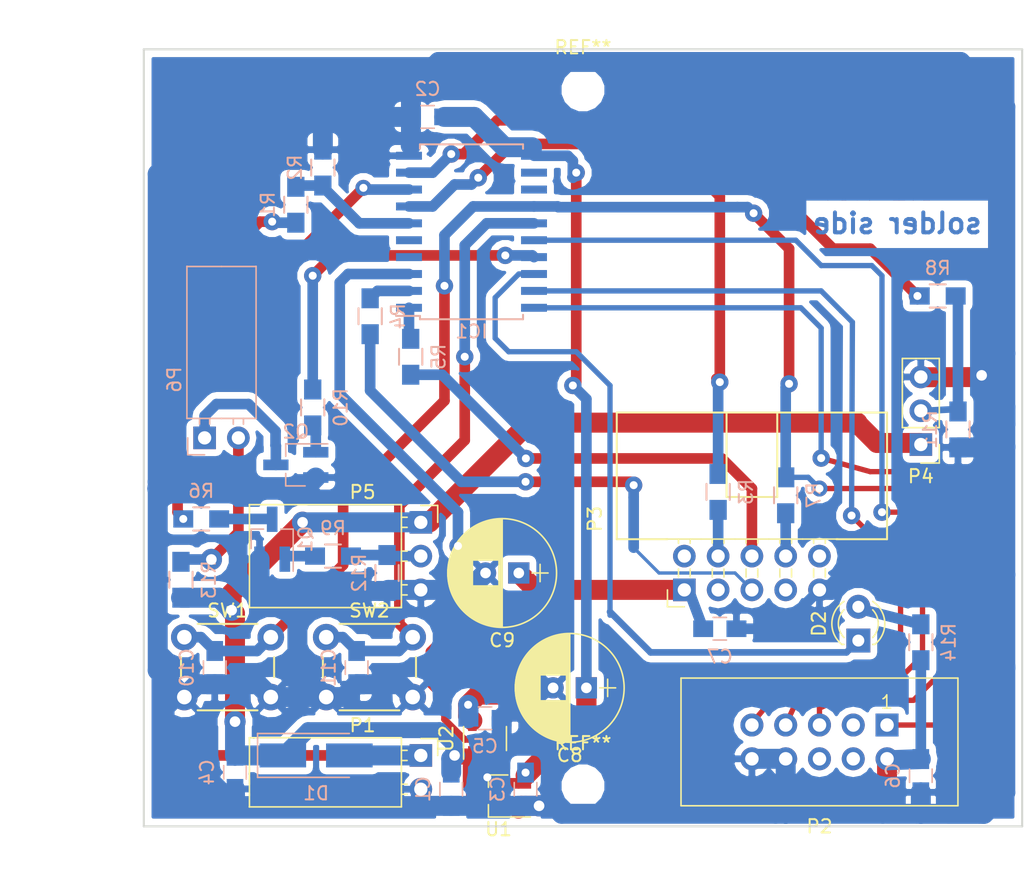
<source format=kicad_pcb>
(kicad_pcb (version 4) (host pcbnew 4.0.5)
  (title_block (title CC_SSD_02) (rev 1.00) (company "Computer Center Ltd."))
  (layers (0 F.Cu signal) (31 B.Cu signal) (34 B.Paste user) (35 F.Paste user) (36 B.SilkS user) (37 F.SilkS user) (38 B.Mask user) (39 F.Mask user) (44 Edge.Cuts user))
  (net 0 "")
  (net 1 VAA)
  (net 2 GND)
  (net 3 +3V3)
  (net 4 +3.3V_ESPmod)
  (net 5 "Net-(C10-Pad1)")
  (net 6 "Net-(C11-Pad1)")
  (net 7 +BATT)
  (net 8 "Net-(D2-Pad1)")
  (net 9 "Net-(D2-Pad2)")
  (net 10 "Net-(IC1-Pad1)")
  (net 11 "Net-(IC1-Pad2)")
  (net 12 "Net-(IC1-Pad3)")
  (net 13 "Net-(IC1-Pad4)")
  (net 14 "Net-(IC1-Pad5)")
  (net 15 "Net-(IC1-Pad6)")
  (net 16 "Net-(IC1-Pad7)")
  (net 17 "Net-(IC1-Pad8)")
  (net 18 "Net-(IC1-Pad9)")
  (net 19 "Net-(IC1-Pad12)")
  (net 20 "Net-(IC1-Pad13)")
  (net 21 "Net-(IC1-Pad16)")
  (net 22 "Net-(IC1-Pad17)")
  (net 23 "Net-(IC1-Pad19)")
  (net 24 "Net-(IC1-Pad20)")
  (net 25 "Net-(P2-Pad3)")
  (net 26 "Net-(P2-Pad4)")
  (net 27 "Net-(P2-Pad6)")
  (net 28 "Net-(P3-Pad2)")
  (net 29 "Net-(P3-Pad3)")
  (net 30 "Net-(P3-Pad4)")
  (net 31 "Net-(P3-Pad5)")
  (net 32 "Net-(P3-Pad6)")
  (net 33 "Net-(P3-Pad7)")
  (net 34 "Net-(P3-Pad8)")
  (net 35 "Net-(P3-Pad10)")
  (net 36 "Net-(P4-Pad2)")
  (net 37 "Net-(P5-Pad2)")
  (net 38 "Net-(P6-Pad1)")
  (net 39 "Net-(P6-Pad2)")
  (net 40 "Net-(Q1-Pad1)")
  (net 41 "Net-(Q1-Pad3)")
  (net 42 "Net-(Q2-Pad1)")
  (net 43 "Net-(U2-Pad4)")
  (module CC_Footprint:C_0805_HandSoldering (layer B.Cu) (at 137.414 126.746 270)
    (fp_text reference C1 (at 0 2.1 270) (layer B.SilkS) (effects (justify mirror)))
    (fp_text value 1uF)
    (pad 1 smd rect (at -1.25 0 270) (size 1.5 1.25) (layers B.Cu B.Paste B.Mask) (net 1 VAA))
    (pad 2 smd rect (at 1.25 0 270) (size 1.5 1.25) (layers B.Cu B.Paste B.Mask) (net 2 GND))
  )
  (module CC_Footprint:C_0805_HandSoldering (layer B.Cu) (at 135.636 76.2 180)
    (fp_text reference C2 (at 0 2.1 180) (layer B.SilkS) (effects (justify mirror)))
    (fp_text value 100n)
    (pad 1 smd rect (at -1.25 0 180) (size 1.5 1.25) (layers B.Cu B.Paste B.Mask) (net 3 +3V3))
    (pad 2 smd rect (at 1.25 0 180) (size 1.5 1.25) (layers B.Cu B.Paste B.Mask) (net 2 GND))
  )
  (module CC_Footprint:C_0805_HandSoldering (layer B.Cu) (at 143.002 126.746 270)
    (fp_text reference C3 (at 0 2.1 270) (layer B.SilkS) (effects (justify mirror)))
    (fp_text value 1uF)
    (pad 1 smd rect (at -1.25 0 270) (size 1.5 1.25) (layers B.Cu B.Paste B.Mask) (net 3 +3V3))
    (pad 2 smd rect (at 1.25 0 270) (size 1.5 1.25) (layers B.Cu B.Paste B.Mask) (net 2 GND))
  )
  (module CC_Footprint:C_0805_HandSoldering (layer B.Cu) (at 121.158 125.476 270)
    (fp_text reference C4 (at 0 2.1 270) (layer B.SilkS) (effects (justify mirror)))
    (fp_text value 1uF)
    (pad 1 smd rect (at -1.25 0 270) (size 1.5 1.25) (layers B.Cu B.Paste B.Mask) (net 1 VAA))
    (pad 2 smd rect (at 1.25 0 270) (size 1.5 1.25) (layers B.Cu B.Paste B.Mask) (net 2 GND))
  )
  (module CC_Footprint:C_0805_HandSoldering (layer B.Cu) (at 139.954 121.412)
    (fp_text reference C5 (at 0 2.1) (layer B.SilkS) (effects (justify mirror)))
    (fp_text value 1uF)
    (pad 1 smd rect (at -1.25 0) (size 1.5 1.25) (layers B.Cu B.Paste B.Mask) (net 4 +3.3V_ESPmod))
    (pad 2 smd rect (at 1.25 0) (size 1.5 1.25) (layers B.Cu B.Paste B.Mask) (net 2 GND))
  )
  (module CC_Footprint:C_0805_HandSoldering (layer B.Cu) (at 172.72 125.73 270)
    (fp_text reference C6 (at 0 2.1 270) (layer B.SilkS) (effects (justify mirror)))
    (fp_text value 100n)
    (pad 1 smd rect (at -1.25 0 270) (size 1.5 1.25) (layers B.Cu B.Paste B.Mask) (net 3 +3V3))
    (pad 2 smd rect (at 1.25 0 270) (size 1.5 1.25) (layers B.Cu B.Paste B.Mask) (net 2 GND))
  )
  (module CC_Footprint:C_0805_HandSoldering (layer B.Cu) (at 157.607 114.681)
    (fp_text reference C7 (at 0 2.1) (layer B.SilkS) (effects (justify mirror)))
    (fp_text value 100n)
    (pad 1 smd rect (at -1.25 0) (size 1.5 1.25) (layers B.Cu B.Paste B.Mask) (net 4 +3.3V_ESPmod))
    (pad 2 smd rect (at 1.25 0) (size 1.5 1.25) (layers B.Cu B.Paste B.Mask) (net 2 GND))
  )
  (module CC_Footprint:CP_Radial_D8.0mm_P2.50mm (layer F.Cu) (at 147.574 119.126 180)
    (fp_text reference C8 (at 1.25 -5.06 180) (layer F.SilkS))
    (fp_text value 220uF/10V)
    (pad 1 thru_hole rect (at 0 0 180) (size 1.6 1.6) (drill 0.8) (layers *.Cu *.Mask) (net 3 +3V3))
    (pad 2 thru_hole circle (at 2.5 0 180) (size 1.6 1.6) (drill 0.8) (layers *.Cu *.Mask) (net 2 GND))
  )
  (module CC_Footprint:CP_Radial_D8.0mm_P2.50mm (layer F.Cu) (at 142.494 110.49 180)
    (fp_text reference C9 (at 1.25 -5.06 180) (layer F.SilkS))
    (fp_text value 470uF/10V)
    (pad 1 thru_hole rect (at 0 0 180) (size 1.6 1.6) (drill 0.8) (layers *.Cu *.Mask) (net 4 +3.3V_ESPmod))
    (pad 2 thru_hole circle (at 2.5 0 180) (size 1.6 1.6) (drill 0.8) (layers *.Cu *.Mask) (net 2 GND))
  )
  (module CC_Footprint:C_0805_HandSoldering (layer B.Cu) (at 119.634 117.602 270)
    (fp_text reference C10 (at 0 2.1 270) (layer B.SilkS) (effects (justify mirror)))
    (fp_text value 100n)
    (pad 1 smd rect (at -1.25 0 270) (size 1.5 1.25) (layers B.Cu B.Paste B.Mask) (net 5 "Net-(C10-Pad1)"))
    (pad 2 smd rect (at 1.25 0 270) (size 1.5 1.25) (layers B.Cu B.Paste B.Mask) (net 2 GND))
  )
  (module CC_Footprint:C_0805_HandSoldering (layer B.Cu) (at 130.302 117.602 270)
    (fp_text reference C11 (at 0 2.1 270) (layer B.SilkS) (effects (justify mirror)))
    (fp_text value 100n)
    (pad 1 smd rect (at -1.25 0 270) (size 1.5 1.25) (layers B.Cu B.Paste B.Mask) (net 6 "Net-(C11-Pad1)"))
    (pad 2 smd rect (at 1.25 0 270) (size 1.5 1.25) (layers B.Cu B.Paste B.Mask) (net 2 GND))
  )
  (module CC_Footprint:D_SMA_Handsoldering (layer B.Cu) (at 127.254 124.206)
    (fp_text reference D1 (at 0 2.85) (layer B.SilkS) (effects (justify mirror)))
    (fp_text value 1N5819)
    (pad 1 smd rect (at -2.5 0) (size 3.5 1.8) (layers B.Cu B.Paste B.Mask) (net 1 VAA))
    (pad 2 smd rect (at 2.5 0) (size 3.5 1.8) (layers B.Cu B.Paste B.Mask) (net 7 +BATT))
  )
  (module CC_Footprint:LED_D3.0mm (layer F.Cu) (at 168.021 115.57 90)
    (fp_text reference D2 (at 1.27 -2.96 90) (layer F.SilkS))
    (fp_text value L-934LSRD)
    (pad 1 thru_hole rect (at 0 0 90) (size 1.8 1.8) (drill 0.9) (layers *.Cu *.Mask) (net 8 "Net-(D2-Pad1)"))
    (pad 2 thru_hole circle (at 2.54 0 90) (size 1.8 1.8) (drill 0.9) (layers *.Cu *.Mask) (net 9 "Net-(D2-Pad2)"))
  )
  (module CC_Footprint:SOIC-20W_7.5x12.8mm_Pitch1.27mm (layer B.Cu) (at 138.938 84.836)
    (fp_text reference IC1 (at 0 7.5) (layer B.SilkS) (effects (justify mirror)))
    (fp_text value ATTINY1634-SU)
    (pad 1 smd rect (at -4.7 5.715) (size 1.95 0.6) (layers B.Cu B.Paste B.Mask) (net 10 "Net-(IC1-Pad1)"))
    (pad 2 smd rect (at -4.7 4.445) (size 1.95 0.6) (layers B.Cu B.Paste B.Mask) (net 11 "Net-(IC1-Pad2)"))
    (pad 3 smd rect (at -4.7 3.175) (size 1.95 0.6) (layers B.Cu B.Paste B.Mask) (net 12 "Net-(IC1-Pad3)"))
    (pad 4 smd rect (at -4.7 1.905) (size 1.95 0.6) (layers B.Cu B.Paste B.Mask) (net 13 "Net-(IC1-Pad4)"))
    (pad 5 smd rect (at -4.7 0.635) (size 1.95 0.6) (layers B.Cu B.Paste B.Mask) (net 14 "Net-(IC1-Pad5)"))
    (pad 6 smd rect (at -4.7 -0.635) (size 1.95 0.6) (layers B.Cu B.Paste B.Mask) (net 15 "Net-(IC1-Pad6)"))
    (pad 7 smd rect (at -4.7 -1.905) (size 1.95 0.6) (layers B.Cu B.Paste B.Mask) (net 16 "Net-(IC1-Pad7)"))
    (pad 8 smd rect (at -4.7 -3.175) (size 1.95 0.6) (layers B.Cu B.Paste B.Mask) (net 17 "Net-(IC1-Pad8)"))
    (pad 9 smd rect (at -4.7 -4.445) (size 1.95 0.6) (layers B.Cu B.Paste B.Mask) (net 18 "Net-(IC1-Pad9)"))
    (pad 10 smd rect (at -4.7 -5.715) (size 1.95 0.6) (layers B.Cu B.Paste B.Mask) (net 2 GND))
    (pad 11 smd rect (at 4.7 -5.715) (size 1.95 0.6) (layers B.Cu B.Paste B.Mask) (net 3 +3V3))
    (pad 12 smd rect (at 4.7 -4.445) (size 1.95 0.6) (layers B.Cu B.Paste B.Mask) (net 19 "Net-(IC1-Pad12)"))
    (pad 13 smd rect (at 4.7 -3.175) (size 1.95 0.6) (layers B.Cu B.Paste B.Mask) (net 20 "Net-(IC1-Pad13)"))
    (pad 14 smd rect (at 4.7 -1.905) (size 1.95 0.6) (layers B.Cu B.Paste B.Mask) (net 5 "Net-(C10-Pad1)"))
    (pad 15 smd rect (at 4.7 -0.635) (size 1.95 0.6) (layers B.Cu B.Paste B.Mask) (net 6 "Net-(C11-Pad1)"))
    (pad 16 smd rect (at 4.7 0.635) (size 1.95 0.6) (layers B.Cu B.Paste B.Mask) (net 21 "Net-(IC1-Pad16)"))
    (pad 17 smd rect (at 4.7 1.905) (size 1.95 0.6) (layers B.Cu B.Paste B.Mask) (net 22 "Net-(IC1-Pad17)"))
    (pad 18 smd rect (at 4.7 3.175) (size 1.95 0.6) (layers B.Cu B.Paste B.Mask) (net 8 "Net-(D2-Pad1)"))
    (pad 19 smd rect (at 4.7 4.445) (size 1.95 0.6) (layers B.Cu B.Paste B.Mask) (net 23 "Net-(IC1-Pad19)"))
    (pad 20 smd rect (at 4.7 5.715) (size 1.95 0.6) (layers B.Cu B.Paste B.Mask) (net 24 "Net-(IC1-Pad20)"))
  )
  (module CC_Footprint:WF2R (layer F.Cu) (at 135.128 124.206)
    (fp_text reference P1 (at -4.38 -2.27) (layer F.SilkS))
    (fp_text value WF2R)
    (pad 1 thru_hole rect (at 0 0) (size 1.7 1.7) (drill 1) (layers *.Cu *.Mask) (net 7 +BATT))
    (pad 2 thru_hole oval (at 0 2.54) (size 1.7 1.7) (drill 1) (layers *.Cu *.Mask) (net 2 GND))
  )
  (module CC_Footprint:BH10R (layer F.Cu) (at 154.94 111.76 90)
    (fp_text reference P3 (at 5.334 -6.731 90) (layer F.SilkS))
    (fp_text value BH10R)
    (pad 1 thru_hole rect (at 0 0 90) (size 1.7 1.7) (drill 1) (layers *.Cu *.Mask) (net 4 +3.3V_ESPmod))
    (pad 2 thru_hole oval (at 2.54 0 90) (size 1.7 1.7) (drill 1) (layers *.Cu *.Mask) (net 28 "Net-(P3-Pad2)"))
    (pad 3 thru_hole oval (at 0 2.54 90) (size 1.7 1.7) (drill 1) (layers *.Cu *.Mask) (net 29 "Net-(P3-Pad3)"))
    (pad 4 thru_hole oval (at 2.54 2.54 90) (size 1.7 1.7) (drill 1) (layers *.Cu *.Mask) (net 30 "Net-(P3-Pad4)"))
    (pad 5 thru_hole oval (at 0 5.08 90) (size 1.7 1.7) (drill 1) (layers *.Cu *.Mask) (net 31 "Net-(P3-Pad5)"))
    (pad 6 thru_hole oval (at 2.54 5.08 90) (size 1.7 1.7) (drill 1) (layers *.Cu *.Mask) (net 32 "Net-(P3-Pad6)"))
    (pad 7 thru_hole oval (at 0 7.62 90) (size 1.7 1.7) (drill 1) (layers *.Cu *.Mask) (net 33 "Net-(P3-Pad7)"))
    (pad 8 thru_hole oval (at 2.54 7.62 90) (size 1.7 1.7) (drill 1) (layers *.Cu *.Mask) (net 34 "Net-(P3-Pad8)"))
    (pad 9 thru_hole oval (at 0 10.16 90) (size 1.7 1.7) (drill 1) (layers *.Cu *.Mask) (net 2 GND))
    (pad 10 thru_hole oval (at 2.54 10.16 90) (size 1.7 1.7) (drill 1) (layers *.Cu *.Mask) (net 35 "Net-(P3-Pad10)"))
  )
  (module CC_Footprint:PN1x3 (layer F.Cu) (at 172.72 100.832 180)
    (fp_text reference P4 (at 0 -2.39 180) (layer F.SilkS))
    (fp_text value PN1x3)
    (pad 1 thru_hole rect (at 0 0 180) (size 1.7 1.7) (drill 1) (layers *.Cu *.Mask) (net 1 VAA))
    (pad 2 thru_hole oval (at 0 2.54 180) (size 1.7 1.7) (drill 1) (layers *.Cu *.Mask) (net 36 "Net-(P4-Pad2)"))
    (pad 3 thru_hole oval (at 0 5.08 180) (size 1.7 1.7) (drill 1) (layers *.Cu *.Mask) (net 2 GND))
  )
  (module CC_Footprint:WF3R (layer F.Cu) (at 135.128 106.68)
    (fp_text reference P5 (at -4.38 -2.27) (layer F.SilkS))
    (fp_text value WF3R)
    (pad 3 thru_hole oval (at 0 5.08) (size 1.7 1.7) (drill 1) (layers *.Cu *.Mask) (net 2 GND))
    (pad 1 thru_hole rect (at 0 0) (size 1.7 1.7) (drill 1) (layers *.Cu *.Mask) (net 1 VAA))
    (pad 2 thru_hole oval (at 0 2.54) (size 1.7 1.7) (drill 1) (layers *.Cu *.Mask) (net 37 "Net-(P5-Pad2)"))
  )
  (module CC_Footprint:WF2R (layer B.Cu) (at 118.872 100.33 270)
    (fp_text reference P6 (at -4.38 2.27 270) (layer B.SilkS) (effects (justify mirror)))
    (fp_text value WF2R)
    (pad 1 thru_hole rect (at 0 0 270) (size 1.7 1.7) (drill 1) (layers *.Cu *.Mask) (net 38 "Net-(P6-Pad1)"))
    (pad 2 thru_hole oval (at 0 -2.54 270) (size 1.7 1.7) (drill 1) (layers *.Cu *.Mask) (net 39 "Net-(P6-Pad2)"))
  )
  (module CC_Footprint:SOT-23_Handsoldering (layer B.Cu) (at 123.952 107.95 90)
    (fp_text reference Q1 (at 0 2.5 90) (layer B.SilkS) (effects (justify mirror)))
    (fp_text value DTC144TKA)
    (pad 1 smd rect (at -1.5 0.95 90) (size 1.9 0.8) (layers B.Cu B.Paste B.Mask) (net 40 "Net-(Q1-Pad1)"))
    (pad 2 smd rect (at -1.5 -0.95 90) (size 1.9 0.8) (layers B.Cu B.Paste B.Mask) (net 2 GND))
    (pad 3 smd rect (at 1.5 0 90) (size 1.9 0.8) (layers B.Cu B.Paste B.Mask) (net 41 "Net-(Q1-Pad3)"))
  )
  (module CC_Footprint:SOT-23_Handsoldering (layer B.Cu) (at 125.73 102.362 180)
    (fp_text reference Q2 (at 0 2.5 180) (layer B.SilkS) (effects (justify mirror)))
    (fp_text value DTC144TKA)
    (pad 1 smd rect (at -1.5 0.95 180) (size 1.9 0.8) (layers B.Cu B.Paste B.Mask) (net 42 "Net-(Q2-Pad1)"))
    (pad 2 smd rect (at -1.5 -0.95 180) (size 1.9 0.8) (layers B.Cu B.Paste B.Mask) (net 2 GND))
    (pad 3 smd rect (at 1.5 0 180) (size 1.9 0.8) (layers B.Cu B.Paste B.Mask) (net 38 "Net-(P6-Pad1)"))
  )
  (module CC_Footprint:R_0805_HandSoldering (layer B.Cu) (at 125.73 82.804 270)
    (fp_text reference R1 (at 0 2.1 270) (layer B.SilkS) (effects (justify mirror)))
    (fp_text value 1.8M)
    (pad 1 smd rect (at -1.35 0 270) (size 1.5 1.3) (layers B.Cu B.Paste B.Mask) (net 15 "Net-(IC1-Pad6)"))
    (pad 2 smd rect (at 1.35 0 270) (size 1.5 1.3) (layers B.Cu B.Paste B.Mask) (net 7 +BATT))
  )
  (module CC_Footprint:R_0805_HandSoldering (layer B.Cu) (at 127.762 80.01 270)
    (fp_text reference R2 (at 0 2.1 270) (layer B.SilkS) (effects (justify mirror)))
    (fp_text value 200K)
    (pad 1 smd rect (at -1.35 0 270) (size 1.5 1.3) (layers B.Cu B.Paste B.Mask) (net 2 GND))
    (pad 2 smd rect (at 1.35 0 270) (size 1.5 1.3) (layers B.Cu B.Paste B.Mask) (net 15 "Net-(IC1-Pad6)"))
  )
  (module CC_Footprint:R_0805_HandSoldering (layer B.Cu) (at 157.48 104.394 90)
    (fp_text reference R3 (at 0 2.1 90) (layer B.SilkS) (effects (justify mirror)))
    (fp_text value 220)
    (pad 1 smd rect (at -1.35 0 90) (size 1.5 1.3) (layers B.Cu B.Paste B.Mask) (net 30 "Net-(P3-Pad4)"))
    (pad 2 smd rect (at 1.35 0 90) (size 1.5 1.3) (layers B.Cu B.Paste B.Mask) (net 16 "Net-(IC1-Pad7)"))
  )
  (module CC_Footprint:R_0805_HandSoldering (layer B.Cu) (at 131.318 91.186 90)
    (fp_text reference R4 (at 0 2.1 90) (layer B.SilkS) (effects (justify mirror)))
    (fp_text value 220)
    (pad 1 smd rect (at -1.35 0 90) (size 1.5 1.3) (layers B.Cu B.Paste B.Mask) (net 31 "Net-(P3-Pad5)"))
    (pad 2 smd rect (at 1.35 0 90) (size 1.5 1.3) (layers B.Cu B.Paste B.Mask) (net 11 "Net-(IC1-Pad2)"))
  )
  (module CC_Footprint:R_0805_HandSoldering (layer B.Cu) (at 134.366 94.234 90)
    (fp_text reference R5 (at 0 2.1 90) (layer B.SilkS) (effects (justify mirror)))
    (fp_text value 220)
    (pad 1 smd rect (at -1.35 0 90) (size 1.5 1.3) (layers B.Cu B.Paste B.Mask) (net 32 "Net-(P3-Pad6)"))
    (pad 2 smd rect (at 1.35 0 90) (size 1.5 1.3) (layers B.Cu B.Paste B.Mask) (net 10 "Net-(IC1-Pad1)"))
  )
  (module CC_Footprint:R_0805_HandSoldering (layer B.Cu) (at 118.618 106.426 180)
    (fp_text reference R6 (at 0 2.1 180) (layer B.SilkS) (effects (justify mirror)))
    (fp_text value 220)
    (pad 1 smd rect (at -1.35 0 180) (size 1.5 1.3) (layers B.Cu B.Paste B.Mask) (net 41 "Net-(Q1-Pad3)"))
    (pad 2 smd rect (at 1.35 0 180) (size 1.5 1.3) (layers B.Cu B.Paste B.Mask) (net 17 "Net-(IC1-Pad8)"))
  )
  (module CC_Footprint:R_0805_HandSoldering (layer B.Cu) (at 162.56 104.648 90)
    (fp_text reference R7 (at 0 2.1 90) (layer B.SilkS) (effects (justify mirror)))
    (fp_text value 220)
    (pad 1 smd rect (at -1.35 0 90) (size 1.5 1.3) (layers B.Cu B.Paste B.Mask) (net 34 "Net-(P3-Pad8)"))
    (pad 2 smd rect (at 1.35 0 90) (size 1.5 1.3) (layers B.Cu B.Paste B.Mask) (net 5 "Net-(C10-Pad1)"))
  )
  (module CC_Footprint:R_0805_HandSoldering (layer B.Cu) (at 173.99 89.662 180)
    (fp_text reference R8 (at 0 2.1 180) (layer B.SilkS) (effects (justify mirror)))
    (fp_text value 10k)
    (pad 1 smd rect (at -1.35 0 180) (size 1.5 1.3) (layers B.Cu B.Paste B.Mask) (net 36 "Net-(P4-Pad2)"))
    (pad 2 smd rect (at 1.35 0 180) (size 1.5 1.3) (layers B.Cu B.Paste B.Mask) (net 18 "Net-(IC1-Pad9)"))
  )
  (module CC_Footprint:R_0805_HandSoldering (layer B.Cu) (at 128.524 109.22 180)
    (fp_text reference R9 (at 0 2.1 180) (layer B.SilkS) (effects (justify mirror)))
    (fp_text value 0)
    (pad 1 smd rect (at -1.35 0 180) (size 1.5 1.3) (layers B.Cu B.Paste B.Mask) (net 37 "Net-(P5-Pad2)"))
    (pad 2 smd rect (at 1.35 0 180) (size 1.5 1.3) (layers B.Cu B.Paste B.Mask) (net 40 "Net-(Q1-Pad1)"))
  )
  (module CC_Footprint:R_0805_HandSoldering (layer B.Cu) (at 127 98.044 90)
    (fp_text reference R10 (at 0 2.1 90) (layer B.SilkS) (effects (justify mirror)))
    (fp_text value 0)
    (pad 1 smd rect (at -1.35 0 90) (size 1.5 1.3) (layers B.Cu B.Paste B.Mask) (net 42 "Net-(Q2-Pad1)"))
    (pad 2 smd rect (at 1.35 0 90) (size 1.5 1.3) (layers B.Cu B.Paste B.Mask) (net 22 "Net-(IC1-Pad17)"))
  )
  (module CC_Footprint:R_0805_HandSoldering (layer B.Cu) (at 175.514 99.695 270)
    (fp_text reference R11 (at 0 2.1 270) (layer B.SilkS) (effects (justify mirror)))
    (fp_text value 100k)
    (pad 1 smd rect (at -1.35 0 270) (size 1.5 1.3) (layers B.Cu B.Paste B.Mask) (net 36 "Net-(P4-Pad2)"))
    (pad 2 smd rect (at 1.35 0 270) (size 1.5 1.3) (layers B.Cu B.Paste B.Mask) (net 2 GND))
  )
  (module CC_Footprint:R_0805_HandSoldering (layer B.Cu) (at 132.588 110.49 270)
    (fp_text reference R12 (at 0 2.1 270) (layer B.SilkS) (effects (justify mirror)))
    (fp_text value 100k)
    (pad 1 smd rect (at -1.35 0 270) (size 1.5 1.3) (layers B.Cu B.Paste B.Mask) (net 37 "Net-(P5-Pad2)"))
    (pad 2 smd rect (at 1.35 0 270) (size 1.5 1.3) (layers B.Cu B.Paste B.Mask) (net 2 GND))
  )
  (module CC_Footprint:R_0805_HandSoldering (layer B.Cu) (at 117.094 110.998 90)
    (fp_text reference R13 (at 0 2.1 90) (layer B.SilkS) (effects (justify mirror)))
    (fp_text value 220)
    (pad 1 smd rect (at -1.35 0 90) (size 1.5 1.3) (layers B.Cu B.Paste B.Mask) (net 1 VAA))
    (pad 2 smd rect (at 1.35 0 90) (size 1.5 1.3) (layers B.Cu B.Paste B.Mask) (net 39 "Net-(P6-Pad2)"))
  )
  (module CC_Footprint:R_0805_HandSoldering (layer B.Cu) (at 172.72 115.697 90)
    (fp_text reference R14 (at 0 2.1 90) (layer B.SilkS) (effects (justify mirror)))
    (fp_text value 330)
    (pad 1 smd rect (at -1.35 0 90) (size 1.5 1.3) (layers B.Cu B.Paste B.Mask) (net 3 +3V3))
    (pad 2 smd rect (at 1.35 0 90) (size 1.5 1.3) (layers B.Cu B.Paste B.Mask) (net 9 "Net-(D2-Pad2)"))
  )
  (module CC_Footprint:SW_PUSH_6mm (layer F.Cu) (at 117.348 115.316)
    (fp_text reference SW1 (at 3.25 -2) (layer F.SilkS))
    (fp_text value TS-06E)
    (pad 2 thru_hole circle (at 0 4.5 90) (size 2 2) (drill 1.1) (layers *.Cu *.Mask) (net 2 GND))
    (pad 1 thru_hole circle (at 0 0 90) (size 2 2) (drill 1.1) (layers *.Cu *.Mask) (net 5 "Net-(C10-Pad1)"))
    (pad 2 thru_hole circle (at 6.5 4.5 90) (size 2 2) (drill 1.1) (layers *.Cu *.Mask) (net 2 GND))
    (pad 1 thru_hole circle (at 6.5 0 90) (size 2 2) (drill 1.1) (layers *.Cu *.Mask) (net 5 "Net-(C10-Pad1)"))
  )
  (module CC_Footprint:SW_PUSH_6mm (layer F.Cu) (at 128.016 115.316)
    (fp_text reference SW2 (at 3.25 -2) (layer F.SilkS))
    (fp_text value TS-06E)
    (pad 2 thru_hole circle (at 0 4.5 90) (size 2 2) (drill 1.1) (layers *.Cu *.Mask) (net 2 GND))
    (pad 1 thru_hole circle (at 0 0 90) (size 2 2) (drill 1.1) (layers *.Cu *.Mask) (net 6 "Net-(C11-Pad1)"))
    (pad 2 thru_hole circle (at 6.5 4.5 90) (size 2 2) (drill 1.1) (layers *.Cu *.Mask) (net 2 GND))
    (pad 1 thru_hole circle (at 6.5 0 90) (size 2 2) (drill 1.1) (layers *.Cu *.Mask) (net 6 "Net-(C11-Pad1)"))
  )
  (module CC_Footprint:SOT-23_Handsoldering (layer F.Cu) (at 140.97 127.254 180)
    (fp_text reference U1 (at 0 -2.5 180) (layer F.SilkS))
    (fp_text value MCP1701AT-3302I/CB)
    (pad 1 smd rect (at -1.5 -0.95 180) (size 1.9 0.8) (layers F.Cu F.Paste F.Mask) (net 2 GND))
    (pad 2 smd rect (at -1.5 0.95 180) (size 1.9 0.8) (layers F.Cu F.Paste F.Mask) (net 3 +3V3))
    (pad 3 smd rect (at 1.5 0 180) (size 1.9 0.8) (layers F.Cu F.Paste F.Mask) (net 1 VAA))
  )
  (module CC_Footprint:SOT-23-5_HandSoldering (layer F.Cu) (at 139.954 122.936 90)
    (fp_text reference U2 (at 0 -2.9 90) (layer F.SilkS))
    (fp_text value MCP1802T-3302I/OT)
    (pad 1 smd rect (at -1.35 -0.95 90) (size 1.56 0.65) (layers F.Cu F.Paste F.Mask) (net 1 VAA))
    (pad 2 smd rect (at -1.35 0 90) (size 1.56 0.65) (layers F.Cu F.Paste F.Mask) (net 2 GND))
    (pad 3 smd rect (at -1.35 0.95 90) (size 1.56 0.65) (layers F.Cu F.Paste F.Mask) (net 12 "Net-(IC1-Pad3)"))
    (pad 4 smd rect (at 1.35 0.95 90) (size 1.56 0.65) (layers F.Cu F.Paste F.Mask) (net 43 "Net-(U2-Pad4)"))
    (pad 5 smd rect (at 1.35 -0.95 90) (size 1.56 0.65) (layers F.Cu F.Paste F.Mask) (net 4 +3.3V_ESPmod))
  )
  (module Mounting_Holes:MountingHole_2.2mm_M2 (layer F.Cu) (at 147.32 74.168)
    (fp_text reference REF** (at 0 -3.2) (layer F.SilkS))
    (fp_text value MountingHole_2.2mm_M2)
    (pad 1 np_thru_hole circle (at 0 0) (size 2.2 2.2) (drill 2.2) (layers *.Cu *.Mask))
  )
  (module Mounting_Holes:MountingHole_2.2mm_M2 (layer F.Cu) (at 147.32 126.492)
    (fp_text reference REF** (at 0 -3.2) (layer F.SilkS))
    (fp_text value MountingHole_2.2mm_M2)
    (pad 1 np_thru_hole circle (at 0 0) (size 2.2 2.2) (drill 2.2) (layers *.Cu *.Mask))
  )
  (module CC_Footprint:IDC_Header_Straight_10pins (layer F.Cu) (at 170.18 121.92 180)
    (fp_text reference P2 (at 5.08 -7.62 180) (layer F.SilkS))
    (fp_text value BH10S)
    (fp_text user 1 (at 0.02 1.72 180) (layer F.SilkS) (effects (font (thickness 0.12))))
    (pad 1 thru_hole rect (at 0 0 180) (size 1.7272 1.7272) (drill 1.016) (layers *.Cu *.Mask) (net 24 "Net-(IC1-Pad20)"))
    (pad 2 thru_hole oval (at 0 -2.54 180) (size 1.7272 1.7272) (drill 1.016) (layers *.Cu *.Mask) (net 3 +3V3))
    (pad 3 thru_hole oval (at 2.54 0 180) (size 1.7272 1.7272) (drill 1.016) (layers *.Cu *.Mask) (net 25 "Net-(P2-Pad3)"))
    (pad 4 thru_hole oval (at 2.54 -2.54 180) (size 1.7272 1.7272) (drill 1.016) (layers *.Cu *.Mask) (net 26 "Net-(P2-Pad4)"))
    (pad 5 thru_hole oval (at 5.08 0 180) (size 1.7272 1.7272) (drill 1.016) (layers *.Cu *.Mask) (net 5 "Net-(C10-Pad1)"))
    (pad 6 thru_hole oval (at 5.08 -2.54 180) (size 1.7272 1.7272) (drill 1.016) (layers *.Cu *.Mask) (net 27 "Net-(P2-Pad6)"))
    (pad 7 thru_hole oval (at 7.62 0 180) (size 1.7272 1.7272) (drill 1.016) (layers *.Cu *.Mask) (net 21 "Net-(IC1-Pad16)"))
    (pad 8 thru_hole oval (at 7.62 -2.54 180) (size 1.7272 1.7272) (drill 1.016) (layers *.Cu *.Mask) (net 2 GND))
    (pad 9 thru_hole oval (at 10.16 0 180) (size 1.7272 1.7272) (drill 1.016) (layers *.Cu *.Mask) (net 23 "Net-(IC1-Pad19)"))
    (pad 10 thru_hole oval (at 10.16 -2.54 180) (size 1.7272 1.7272) (drill 1.016) (layers *.Cu *.Mask) (net 2 GND))
  )
  (gr_text "ver. 1.3" (at 169.545 81.661) (layer F.Cu) (effects (font (size 1.5 1.5) (thickness 0.3))))
  (gr_text "solder side" (at 170.942 84.201) (layer B.Cu) (effects (font (size 1.5 1.5) (thickness 0.3)) (justify mirror)))
  (gr_text CC_SSD_02 (at 167.64 78.74) (layer F.Cu) (effects (font (size 1.5 1.5) (thickness 0.3))))
  (gr_text "Computer Center Ltd." (at 167.005 75.565) (layer F.Cu) (effects (font (size 1.5 1.5) (thickness 0.3))))
  (gr_text https://attachix.com (at 165.1 73.025) (layer F.Cu) (effects (font (size 1.5 1.5) (thickness 0.3))))
  (gr_text "comp. side" (at 125.095 73.025) (layer F.Cu) (effects (font (size 1.5 1.5) (thickness 0.3))))
  (gr_line (start 114.3 71.12) (end 114.3 129.54) (angle 90) (layer Edge.Cuts) (width 0.15))
  (gr_line (start 180.34 71.12) (end 114.3 71.12) (angle 90) (layer Edge.Cuts) (width 0.15))
  (gr_line (start 180.34 129.54) (end 180.34 71.12) (angle 90) (layer Edge.Cuts) (width 0.15))
  (gr_line (start 114.3 129.54) (end 180.34 129.54) (angle 90) (layer Edge.Cuts) (width 0.15))
  (segment (start 167.957 99.187) (end 167.957 99.25) (width 1.5) (layer F.Cu) (net 1))
  (segment (start 143.274452 99.187) (end 167.957 99.187) (width 1.5) (layer F.Cu) (net 1))
  (segment (start 135.781452 106.68) (end 143.274452 99.187) (width 1.5) (layer F.Cu) (net 1))
  (segment (start 169.418 100.711) (end 172.599 100.711) (width 1.5) (layer F.Cu) (net 1))
  (segment (start 167.957 99.25) (end 169.418 100.711) (width 1.5) (layer F.Cu) (net 1))
  (segment (start 172.599 100.711) (end 172.72 100.832) (width 1.5) (layer F.Cu) (net 1))
  (segment (start 135.128 106.68) (end 135.781452 106.68) (width 1.5) (layer F.Cu) (net 1))
  (segment (start 138.684 124.206) (end 138.684 126.468) (width 0.8) (layer F.Cu) (net 1))
  (segment (start 138.684 126.468) (end 139.47 127.254) (width 0.8) (layer F.Cu) (net 1))
  (segment (start 126.238 106.68) (end 135.128 106.68) (width 1.5) (layer B.Cu) (net 1))
  (segment (start 120.904 113.284) (end 120.904 112.014) (width 1.5) (layer F.Cu) (net 1))
  (segment (start 120.904 112.014) (end 126.238 106.68) (width 1.5) (layer F.Cu) (net 1))
  (via (at 126.238 106.68) (size 1.6) (drill 0.8) (layers F.Cu B.Cu) (net 1))
  (segment (start 124.754 124.206) (end 126.654001 122.305999) (width 1.2) (layer B.Cu) (net 1))
  (segment (start 126.654001 122.305999) (end 136.529999 122.305999) (width 1.2) (layer B.Cu) (net 1))
  (segment (start 136.529999 122.305999) (end 137.668 123.444) (width 1.2) (layer B.Cu) (net 1))
  (segment (start 137.668 123.444) (end 137.668 124.206) (width 1.2) (layer B.Cu) (net 1))
  (segment (start 137.668 124.206) (end 137.748 124.286) (width 1.5) (layer F.Cu) (net 1))
  (segment (start 137.748 124.286) (end 138.628999 124.286) (width 1.2) (layer F.Cu) (net 1))
  (segment (start 137.414 125.496) (end 137.414 124.46) (width 1.5) (layer B.Cu) (net 1))
  (via (at 137.668 124.206) (size 1.6) (drill 0.8) (layers F.Cu B.Cu) (net 1))
  (segment (start 137.414 124.46) (end 137.668 124.206) (width 1.5) (layer B.Cu) (net 1))
  (segment (start 120.904 113.284) (end 119.968 112.348) (width 1.5) (layer B.Cu) (net 1))
  (segment (start 119.968 112.348) (end 117.098009 112.348) (width 1.5) (layer B.Cu) (net 1))
  (segment (start 121.158 114.554) (end 121.158 113.538) (width 1.5) (layer F.Cu) (net 1))
  (segment (start 121.158 113.538) (end 120.904 113.284) (width 1.5) (layer F.Cu) (net 1))
  (via (at 120.904 113.284) (size 1.6) (drill 0.8) (layers F.Cu B.Cu) (net 1))
  (segment (start 121.158 121.666) (end 121.158 114.554) (width 1.5) (layer F.Cu) (net 1))
  (segment (start 121.158 124.226) (end 121.158 121.666) (width 1.5) (layer B.Cu) (net 1))
  (via (at 121.158 121.666) (size 1.6) (drill 0.8) (layers F.Cu B.Cu) (net 1))
  (segment (start 124.754 124.206) (end 121.178 124.206) (width 1.5) (layer B.Cu) (net 1))
  (segment (start 121.178 124.206) (end 121.158 124.226) (width 1.5) (layer B.Cu) (net 1))
  (segment (start 165.1 111.76) (end 165.989 111.76) (width 1.5) (layer B.Cu) (net 2))
  (segment (start 167.132 110.617) (end 179.07 110.617) (width 1.5) (layer B.Cu) (net 2))
  (segment (start 165.989 111.76) (end 167.132 110.617) (width 1.5) (layer B.Cu) (net 2))
  (segment (start 158.857 114.681) (end 162.179 114.681) (width 0.8) (layer B.Cu) (net 2))
  (segment (start 162.179 114.681) (end 165.1 111.76) (width 0.8) (layer B.Cu) (net 2))
  (segment (start 162.56 124.46) (end 162.56 128.592001) (width 1.5) (layer B.Cu) (net 2))
  (segment (start 162.56 128.592001) (end 162.56 128.016) (width 1.5) (layer B.Cu) (net 2))
  (segment (start 162.56 128.016) (end 162.56 128.592001) (width 1.5) (layer B.Cu) (net 2))
  (segment (start 172.72 126.98) (end 172.72 128.595094) (width 1.5) (layer B.Cu) (net 2))
  (segment (start 172.72 128.595094) (end 172.72 128.27) (width 0.8) (layer B.Cu) (net 2))
  (segment (start 172.72 128.27) (end 172.72 128.595094) (width 0.8) (layer B.Cu) (net 2))
  (segment (start 177.4444 128.6002) (end 177.4698 128.6002) (width 0.8) (layer B.Cu) (net 2))
  (segment (start 177.4698 128.6002) (end 179.07 127) (width 1.5) (layer B.Cu) (net 2))
  (segment (start 172.72 128.595094) (end 177.4444 128.6002) (width 1.5) (layer B.Cu) (net 2))
  (segment (start 179.07 117.650686) (end 179.07 127) (width 1.5) (layer B.Cu) (net 2))
  (segment (start 169.857999 128.592001) (end 172.72 128.595094) (width 1.5) (layer B.Cu) (net 2))
  (segment (start 169.857999 128.592001) (end 162.56 128.592001) (width 1.5) (layer B.Cu) (net 2))
  (segment (start 162.56 128.592001) (end 161.798 128.592001) (width 1.5) (layer B.Cu) (net 2))
  (segment (start 145.127 127.996) (end 145.723001 128.592001) (width 1.5) (layer B.Cu) (net 2))
  (segment (start 144.018 127.996) (end 145.127 127.996) (width 1.5) (layer B.Cu) (net 2))
  (segment (start 145.723001 128.592001) (end 161.798 128.592001) (width 1.5) (layer B.Cu) (net 2))
  (segment (start 175.514 101.045) (end 179.07 101.045) (width 1.5) (layer B.Cu) (net 2))
  (segment (start 179.07 101.045) (end 179.07 100.965) (width 1.5) (layer B.Cu) (net 2))
  (segment (start 172.70984 95.77324) (end 177.165 95.758) (width 1.5) (layer F.Cu) (net 2))
  (segment (start 177.165 95.758) (end 177.292 95.631) (width 1.5) (layer F.Cu) (net 2))
  (via (at 177.292 95.631) (size 1.6) (drill 0.8) (layers F.Cu B.Cu) (net 2))
  (segment (start 177.292 95.631) (end 177.419 95.758) (width 1.5) (layer B.Cu) (net 2))
  (segment (start 177.419 95.758) (end 179.07 93.98) (width 1.5) (layer B.Cu) (net 2))
  (segment (start 160.02 124.46) (end 162.56 124.46) (width 1.5) (layer B.Cu) (net 2))
  (segment (start 179.07 117.475) (end 179.07 117.650686) (width 1.5) (layer B.Cu) (net 2))
  (segment (start 134.366 78.345) (end 134.366 78.74) (width 0.8) (layer B.Cu) (net 2))
  (segment (start 134.366 78.74) (end 134.238 78.868) (width 0.8) (layer B.Cu) (net 2))
  (segment (start 134.386 76.2) (end 134.386 78.325) (width 1.5) (layer B.Cu) (net 2))
  (segment (start 134.386 78.325) (end 134.366 78.345) (width 1.5) (layer B.Cu) (net 2))
  (segment (start 134.238 79.121) (end 134.238 78.868) (width 0.5) (layer B.Cu) (net 2))
  (segment (start 179.07 97.988) (end 179.07 99.314) (width 1.5) (layer B.Cu) (net 2))
  (segment (start 179.07 99.314) (end 178.99 99.394) (width 1.5) (layer B.Cu) (net 2))
  (segment (start 179.07 117.650686) (end 179.07 110.617) (width 1.5) (layer B.Cu) (net 2))
  (segment (start 179.07 110.617) (end 179.07 100.965) (width 1.5) (layer B.Cu) (net 2))
  (segment (start 179.07 100.965) (end 179.07 97.988) (width 1.5) (layer B.Cu) (net 2))
  (segment (start 134.386 76.2) (end 134.386 74.075) (width 1.5) (layer B.Cu) (net 2))
  (segment (start 134.386 74.075) (end 136.071 72.39) (width 1.5) (layer B.Cu) (net 2))
  (segment (start 136.144 72.39) (end 136.466001 72.067999) (width 1.5) (layer B.Cu) (net 2))
  (segment (start 136.071 72.39) (end 136.144 72.39) (width 1.5) (layer B.Cu) (net 2))
  (segment (start 136.466001 72.067999) (end 175.699999 72.067999) (width 1.5) (layer B.Cu) (net 2))
  (segment (start 175.699999 72.067999) (end 179.07 75.438) (width 1.5) (layer B.Cu) (net 2))
  (segment (start 179.07 75.438) (end 179.07 93.98) (width 1.5) (layer B.Cu) (net 2))
  (segment (start 179.07 93.98) (end 179.07 97.988) (width 1.5) (layer B.Cu) (net 2))
  (segment (start 127.23 103.312) (end 126.402 104.14) (width 1.5) (layer B.Cu) (net 2))
  (segment (start 115.478 103.978) (end 115.478 103.762001) (width 1.5) (layer B.Cu) (net 2))
  (segment (start 126.402 104.14) (end 115.316 104.14) (width 1.5) (layer B.Cu) (net 2))
  (segment (start 115.316 104.14) (end 115.478 103.978) (width 1.5) (layer B.Cu) (net 2))
  (segment (start 115.478 103.762001) (end 115.347999 103.632) (width 1.5) (layer B.Cu) (net 2))
  (segment (start 141.204 121.412) (end 141.204 123.718) (width 1.5) (layer B.Cu) (net 2))
  (segment (start 141.204 123.718) (end 140.716 124.206) (width 1.5) (layer B.Cu) (net 2))
  (segment (start 140.716 124.206) (end 140.716 125.264679) (width 1.5) (layer B.Cu) (net 2))
  (segment (start 140.716 125.264679) (end 140.128999 125.85168) (width 1.5) (layer B.Cu) (net 2))
  (segment (start 130.264 112.014) (end 125.73 112.014) (width 1.5) (layer B.Cu) (net 2))
  (segment (start 125.848001 112.132001) (end 125.73 112.014) (width 1.5) (layer B.Cu) (net 2))
  (segment (start 125.73 112.014) (end 122.936 112.014) (width 1.5) (layer B.Cu) (net 2))
  (segment (start 128.016 119.816) (end 125.848001 117.648001) (width 1.5) (layer B.Cu) (net 2))
  (segment (start 125.848001 117.648001) (end 125.848001 112.132001) (width 1.5) (layer B.Cu) (net 2))
  (segment (start 140.128999 125.85168) (end 139.7 127.996) (width 1.5) (layer B.Cu) (net 2))
  (segment (start 139.954 124.286) (end 139.954 125.676681) (width 0.5) (layer F.Cu) (net 2))
  (segment (start 139.954 125.676681) (end 140.128999 125.85168) (width 0.5) (layer F.Cu) (net 2))
  (via (at 140.128999 125.85168) (size 1.3) (drill 0.6) (layers F.Cu B.Cu) (net 2))
  (segment (start 144.018 127.996) (end 142.678 127.996) (width 1.5) (layer F.Cu) (net 2))
  (segment (start 142.678 127.996) (end 142.47 128.204) (width 1.5) (layer F.Cu) (net 2))
  (segment (start 143.002 127.996) (end 144.018 127.996) (width 1.5) (layer B.Cu) (net 2))
  (via (at 144.018 127.996) (size 1.6) (drill 0.8) (layers F.Cu B.Cu) (net 2))
  (segment (start 115.347999 117.815999) (end 115.347999 103.632) (width 1.5) (layer B.Cu) (net 2))
  (segment (start 115.347999 103.632) (end 115.347999 80.486001) (width 1.5) (layer B.Cu) (net 2))
  (segment (start 132.588 111.84) (end 130.438 111.84) (width 1.5) (layer B.Cu) (net 2))
  (segment (start 130.438 111.84) (end 130.264 112.014) (width 1.5) (layer B.Cu) (net 2))
  (segment (start 122.936 112.014) (end 123.002 111.948) (width 1.5) (layer B.Cu) (net 2))
  (segment (start 123.002 111.948) (end 123.002 109.45) (width 1.5) (layer B.Cu) (net 2))
  (segment (start 135.128 111.76) (end 132.668 111.76) (width 1.5) (layer B.Cu) (net 2))
  (segment (start 132.668 111.76) (end 132.588 111.84) (width 1.5) (layer B.Cu) (net 2))
  (segment (start 139.994 110.49) (end 138.724 111.76) (width 1.5) (layer B.Cu) (net 2))
  (segment (start 138.724 111.76) (end 135.128 111.76) (width 1.5) (layer B.Cu) (net 2))
  (segment (start 119.634 76.2) (end 127.508 76.2) (width 1.5) (layer B.Cu) (net 2))
  (segment (start 127.508 76.2) (end 134.386 76.2) (width 1.5) (layer B.Cu) (net 2))
  (segment (start 127.762 78.66) (end 127.762 76.41) (width 1.5) (layer B.Cu) (net 2))
  (segment (start 127.762 76.41) (end 127.552 76.2) (width 1.5) (layer B.Cu) (net 2))
  (segment (start 127.552 76.2) (end 127.508 76.2) (width 1.5) (layer B.Cu) (net 2))
  (segment (start 115.347999 80.486001) (end 119.634 76.2) (width 1.5) (layer B.Cu) (net 2))
  (segment (start 117.348 119.816) (end 115.347999 117.815999) (width 1.5) (layer B.Cu) (net 2))
  (segment (start 172.7 127) (end 172.72 126.98) (width 1.5) (layer B.Cu) (net 2))
  (segment (start 130.302 118.852) (end 133.552 118.852) (width 1.5) (layer B.Cu) (net 2))
  (segment (start 133.552 118.852) (end 134.516 119.816) (width 1.5) (layer B.Cu) (net 2))
  (segment (start 128.016 119.816) (end 129.338 119.816) (width 1.5) (layer B.Cu) (net 2))
  (segment (start 129.338 119.816) (end 130.302 118.852) (width 1.5) (layer B.Cu) (net 2))
  (segment (start 123.848 119.816) (end 128.016 119.816) (width 1.5) (layer B.Cu) (net 2))
  (segment (start 119.634 118.852) (end 122.884 118.852) (width 1.5) (layer B.Cu) (net 2))
  (segment (start 122.884 118.852) (end 123.848 119.816) (width 1.5) (layer B.Cu) (net 2))
  (segment (start 115.861787 119.888) (end 115.861787 122.719787) (width 1.5) (layer B.Cu) (net 2))
  (segment (start 115.861787 122.719787) (end 121.158 128.016) (width 1.5) (layer B.Cu) (net 2))
  (segment (start 117.348 119.816) (end 115.933787 119.816) (width 1.5) (layer B.Cu) (net 2))
  (segment (start 115.933787 119.816) (end 115.861787 119.888) (width 1.5) (layer B.Cu) (net 2))
  (segment (start 119.634 118.852) (end 118.312 118.852) (width 1.5) (layer B.Cu) (net 2))
  (segment (start 118.312 118.852) (end 117.348 119.816) (width 1.5) (layer B.Cu) (net 2))
  (segment (start 121.158 128.016) (end 135.060081 128.016) (width 1.5) (layer B.Cu) (net 2))
  (segment (start 135.060081 128.016) (end 135.128 127.948081) (width 1.5) (layer B.Cu) (net 2))
  (segment (start 121.158 126.726) (end 121.158 128.016) (width 1.5) (layer B.Cu) (net 2))
  (segment (start 145.074 119.126) (end 143.49 119.126) (width 1.5) (layer B.Cu) (net 2))
  (segment (start 143.49 119.126) (end 141.204 121.412) (width 1.5) (layer B.Cu) (net 2))
  (segment (start 137.414 127.996) (end 139.7 127.996) (width 1.5) (layer B.Cu) (net 2))
  (segment (start 139.7 127.996) (end 143.002 127.996) (width 1.5) (layer B.Cu) (net 2))
  (segment (start 135.128 127.948081) (end 135.175919 127.996) (width 1.5) (layer B.Cu) (net 2))
  (segment (start 135.175919 127.996) (end 137.414 127.996) (width 1.5) (layer B.Cu) (net 2))
  (segment (start 135.128 126.746) (end 135.128 127.948081) (width 1.5) (layer B.Cu) (net 2))
  (segment (start 147.574 119.126) (end 147.574 121.412) (width 1.5) (layer F.Cu) (net 3))
  (segment (start 170.18 127.254) (end 170.18 124.46) (width 1.5) (layer F.Cu) (net 3))
  (segment (start 168.91 128.524) (end 170.18 127.254) (width 1.5) (layer F.Cu) (net 3))
  (segment (start 152.146 128.524) (end 168.91 128.524) (width 1.5) (layer F.Cu) (net 3))
  (segment (start 151.765 128.143) (end 152.146 128.524) (width 1.5) (layer F.Cu) (net 3))
  (segment (start 151.765 125.603) (end 151.765 128.143) (width 1.5) (layer F.Cu) (net 3))
  (segment (start 147.574 121.412) (end 151.765 125.603) (width 1.5) (layer F.Cu) (net 3))
  (segment (start 172.72 117.047) (end 172.72 124.48) (width 0.8) (layer B.Cu) (net 3))
  (segment (start 147.574 119.126) (end 147.574 97.409) (width 0.8) (layer B.Cu) (net 3))
  (segment (start 146.685 80.264) (end 146.558006 80.264) (width 0.8) (layer B.Cu) (net 3))
  (segment (start 146.812 80.391) (end 146.685 80.264) (width 0.8) (layer B.Cu) (net 3))
  (via (at 146.812 80.391) (size 1.3) (drill 0.6) (layers F.Cu B.Cu) (net 3))
  (segment (start 146.812 96.139) (end 146.812 80.391) (width 0.8) (layer F.Cu) (net 3))
  (segment (start 146.558 96.393) (end 146.812 96.139) (width 0.8) (layer F.Cu) (net 3))
  (via (at 146.558 96.393) (size 1.3) (drill 0.6) (layers F.Cu B.Cu) (net 3))
  (segment (start 147.574 97.409) (end 146.558 96.393) (width 0.8) (layer B.Cu) (net 3))
  (segment (start 147.701 119.253) (end 147.574 119.126) (width 0.8) (layer B.Cu) (net 3))
  (segment (start 147.574 119.126) (end 147.574 121.031) (width 1.5) (layer F.Cu) (net 3))
  (segment (start 143.638 79.121) (end 146.177 79.121) (width 0.8) (layer B.Cu) (net 3))
  (segment (start 146.558006 79.502006) (end 146.558006 80.264) (width 0.8) (layer B.Cu) (net 3))
  (segment (start 146.177 79.121) (end 146.558006 79.502006) (width 0.8) (layer B.Cu) (net 3))
  (segment (start 146.558006 80.264) (end 146.558006 80.772) (width 0.8) (layer B.Cu) (net 3))
  (segment (start 146.519999 80.733993) (end 146.558006 80.772) (width 0.8) (layer B.Cu) (net 3))
  (segment (start 143.002 125.496) (end 143.002 125.772) (width 0.8) (layer F.Cu) (net 3))
  (segment (start 143.002 125.772) (end 142.47 126.304) (width 0.8) (layer F.Cu) (net 3))
  (via (at 143.002 125.496) (size 1.3) (drill 0.6) (layers F.Cu B.Cu) (net 3))
  (segment (start 140.406 77.47) (end 141.412999 78.476999) (width 1.5) (layer B.Cu) (net 3))
  (segment (start 141.412999 78.476999) (end 143.500999 78.476999) (width 1.5) (layer B.Cu) (net 3))
  (segment (start 143.500999 78.476999) (end 143.638 78.614) (width 1) (layer B.Cu) (net 3))
  (segment (start 143.638 78.614) (end 143.638 78.840999) (width 1) (layer B.Cu) (net 3))
  (segment (start 136.886 76.2) (end 139.136 76.2) (width 1.5) (layer B.Cu) (net 3))
  (segment (start 139.136 76.2) (end 140.406 77.47) (width 1.5) (layer B.Cu) (net 3))
  (segment (start 143.002 125.73) (end 147.574 121.158) (width 1.5) (layer F.Cu) (net 3))
  (segment (start 143.002 125.73) (end 143.002 125.772) (width 0.8) (layer F.Cu) (net 3))
  (segment (start 147.574 121.158) (end 147.574 119.126) (width 1.5) (layer F.Cu) (net 3))
  (segment (start 172.72 124.48) (end 170.287 124.567) (width 1.5) (layer B.Cu) (net 3))
  (segment (start 170.287 124.567) (end 170.18 124.46) (width 1.5) (layer B.Cu) (net 3))
  (segment (start 156.357 114.681) (end 155.448 112.268) (width 0.8) (layer B.Cu) (net 4))
  (segment (start 155.448 112.268) (end 154.94 111.76) (width 0.8) (layer B.Cu) (net 4))
  (segment (start 138.684 120.396) (end 139.446 119.634) (width 1.5) (layer F.Cu) (net 4))
  (segment (start 139.446 119.634) (end 141.224 119.634) (width 1.5) (layer F.Cu) (net 4))
  (segment (start 141.224 119.634) (end 143.764 117.094) (width 1.5) (layer F.Cu) (net 4))
  (segment (start 143.764 117.094) (end 143.764 111.76) (width 1.5) (layer F.Cu) (net 4))
  (segment (start 138.684 120.396) (end 138.684 121.266) (width 1.5) (layer F.Cu) (net 4))
  (segment (start 138.684 121.266) (end 139.004 121.586) (width 1.5) (layer F.Cu) (net 4))
  (segment (start 138.704 121.412) (end 138.704 120.416) (width 1.5) (layer B.Cu) (net 4))
  (segment (start 138.704 120.416) (end 138.684 120.396) (width 1.5) (layer B.Cu) (net 4))
  (via (at 138.684 120.396) (size 1.3) (drill 0.6) (layers F.Cu B.Cu) (net 4))
  (segment (start 154.94 111.76) (end 143.764 111.76) (width 1.5) (layer F.Cu) (net 4))
  (segment (start 143.764 111.76) (end 142.494 110.49) (width 1.5) (layer F.Cu) (net 4))
  (segment (start 166.391747 120.062842) (end 172.164158 120.062842) (width 0.4) (layer F.Cu) (net 5))
  (segment (start 165.1 104.14) (end 173.99 104.14) (width 0.4) (layer F.Cu) (net 5))
  (segment (start 173.99 104.14) (end 174.625 104.775) (width 0.4) (layer F.Cu) (net 5))
  (segment (start 174.625 104.775) (end 174.625 117.602) (width 0.4) (layer F.Cu) (net 5))
  (segment (start 164.258 103.298) (end 162.56 103.298) (width 0.4) (layer B.Cu) (net 5))
  (segment (start 164.258 103.298) (end 165.1 104.14) (width 0.4) (layer B.Cu) (net 5))
  (via (at 165.1 104.14) (size 1.2) (drill 0.6) (layers F.Cu B.Cu) (net 5))
  (segment (start 172.164158 120.062842) (end 174.625 117.602) (width 0.4) (layer F.Cu) (net 5))
  (segment (start 165.1 120.65) (end 165.1 121.92) (width 0.4) (layer F.Cu) (net 5))
  (segment (start 166.497 120.015) (end 166.391747 120.062842) (width 0.4) (layer F.Cu) (net 5))
  (segment (start 166.391747 120.062842) (end 165.1 120.65) (width 0.4) (layer F.Cu) (net 5))
  (segment (start 158.930001 82.984001) (end 159.692001 82.984001) (width 0.8) (layer B.Cu) (net 5))
  (segment (start 159.692001 82.984001) (end 160.147 83.439) (width 0.8) (layer B.Cu) (net 5))
  (via (at 160.147 83.439) (size 1.3) (drill 0.6) (layers F.Cu B.Cu) (net 5))
  (segment (start 160.147 83.439) (end 162.814 86.106) (width 0.8) (layer F.Cu) (net 5))
  (segment (start 162.814 86.106) (end 162.814 96.266) (width 0.8) (layer F.Cu) (net 5))
  (via (at 162.814 96.266) (size 1.3) (drill 0.6) (layers F.Cu B.Cu) (net 5))
  (segment (start 162.814 96.266) (end 162.56 96.52) (width 0.8) (layer B.Cu) (net 5))
  (segment (start 162.56 96.52) (end 162.56 103.298) (width 0.8) (layer B.Cu) (net 5))
  (segment (start 143.638 82.931) (end 145.413 82.931) (width 0.8) (layer B.Cu) (net 5))
  (segment (start 145.466001 82.984001) (end 145.413 82.931) (width 0.8) (layer B.Cu) (net 5))
  (segment (start 158.930001 82.984001) (end 145.466001 82.984001) (width 0.8) (layer B.Cu) (net 5))
  (segment (start 143.638 82.931) (end 139.065 82.931) (width 0.8) (layer B.Cu) (net 5))
  (segment (start 139.065 82.931) (end 136.906 85.09) (width 0.8) (layer B.Cu) (net 5))
  (segment (start 136.906 85.09) (end 136.906 88.9) (width 0.8) (layer B.Cu) (net 5))
  (segment (start 136.906 88.9) (end 136.906 97.536) (width 0.8) (layer F.Cu) (net 5))
  (segment (start 136.906 97.536) (end 129.286 105.156) (width 0.8) (layer F.Cu) (net 5))
  (segment (start 129.286 105.156) (end 129.286 109.878) (width 0.8) (layer F.Cu) (net 5))
  (segment (start 129.286 109.878) (end 123.848 115.316) (width 0.8) (layer F.Cu) (net 5))
  (via (at 136.906 88.9) (size 1.3) (drill 0.6) (layers F.Cu B.Cu) (net 5))
  (segment (start 162.64 103.378) (end 162.56 103.298) (width 0.25) (layer B.Cu) (net 5))
  (segment (start 119.634 116.352) (end 122.812 116.352) (width 0.8) (layer B.Cu) (net 5))
  (segment (start 122.812 116.352) (end 123.848 115.316) (width 0.8) (layer B.Cu) (net 5))
  (segment (start 117.348 115.316) (end 118.598 115.316) (width 0.8) (layer B.Cu) (net 5))
  (segment (start 118.598 115.316) (end 119.634 116.352) (width 0.8) (layer B.Cu) (net 5))
  (segment (start 138.43 94.234) (end 138.43 100.507998) (width 0.8) (layer F.Cu) (net 6))
  (segment (start 138.43 100.507998) (end 133.516001 105.421997) (width 0.8) (layer F.Cu) (net 6))
  (segment (start 133.516001 105.421997) (end 133.516001 114.316001) (width 0.8) (layer F.Cu) (net 6))
  (segment (start 133.516001 114.316001) (end 134.516 115.316) (width 0.8) (layer F.Cu) (net 6))
  (segment (start 140.081 84.201) (end 138.43 85.852) (width 0.8) (layer B.Cu) (net 6))
  (segment (start 138.43 85.852) (end 138.43 94.234) (width 0.8) (layer B.Cu) (net 6))
  (via (at 138.43 94.234) (size 1.3) (drill 0.6) (layers F.Cu B.Cu) (net 6))
  (segment (start 143.638 84.201) (end 140.081 84.201) (width 0.8) (layer B.Cu) (net 6))
  (segment (start 130.302 116.352) (end 133.48 116.352) (width 0.8) (layer B.Cu) (net 6))
  (segment (start 133.48 116.352) (end 134.516 115.316) (width 0.8) (layer B.Cu) (net 6))
  (segment (start 128.016 115.316) (end 129.266 115.316) (width 0.8) (layer B.Cu) (net 6))
  (segment (start 129.266 115.316) (end 130.302 116.352) (width 0.8) (layer B.Cu) (net 6))
  (segment (start 123.952 84.074) (end 123.032762 84.074) (width 0.8) (layer F.Cu) (net 7))
  (segment (start 123.032762 84.074) (end 115.316 91.790762) (width 0.8) (layer F.Cu) (net 7))
  (segment (start 115.316 91.790762) (end 115.316 121.666) (width 0.8) (layer F.Cu) (net 7))
  (segment (start 115.316 121.666) (end 117.856 124.206) (width 0.8) (layer F.Cu) (net 7))
  (segment (start 117.856 124.206) (end 135.128 124.206) (width 0.8) (layer F.Cu) (net 7))
  (segment (start 125.73 84.154) (end 124.032 84.154) (width 0.8) (layer B.Cu) (net 7))
  (segment (start 124.032 84.154) (end 123.952 84.074) (width 0.5) (layer B.Cu) (net 7))
  (via (at 123.952 84.074) (size 1.3) (drill 0.6) (layers F.Cu B.Cu) (net 7))
  (segment (start 129.754 124.206) (end 135.128 124.206) (width 1.5) (layer B.Cu) (net 7))
  (segment (start 149.352 113.411) (end 152.4 116.459) (width 0.5) (layer B.Cu) (net 8))
  (segment (start 152.4 116.459) (end 167.132 116.459) (width 0.5) (layer B.Cu) (net 8))
  (segment (start 167.132 116.459) (end 168.021 115.57) (width 0.5) (layer B.Cu) (net 8))
  (segment (start 143.638 88.011) (end 142.494 88.011) (width 0.4) (layer B.Cu) (net 8))
  (segment (start 149.352 96.393) (end 149.352 113.411) (width 0.4) (layer B.Cu) (net 8))
  (segment (start 149.352 113.411) (end 149.352 113.665) (width 0.4) (layer B.Cu) (net 8))
  (segment (start 146.812 93.853) (end 149.352 96.393) (width 0.4) (layer B.Cu) (net 8))
  (segment (start 141.732 93.853) (end 146.812 93.853) (width 0.4) (layer B.Cu) (net 8))
  (segment (start 140.716 92.837) (end 141.732 93.853) (width 0.4) (layer B.Cu) (net 8))
  (segment (start 140.716 89.789) (end 140.716 92.837) (width 0.4) (layer B.Cu) (net 8))
  (segment (start 142.494 88.011) (end 140.716 89.789) (width 0.4) (layer B.Cu) (net 8))
  (segment (start 172.72 114.347) (end 168.195 113.204) (width 0.8) (layer B.Cu) (net 9))
  (segment (start 168.195 113.204) (end 168.021 113.03) (width 0.8) (layer B.Cu) (net 9))
  (segment (start 134.238 90.551) (end 134.238 92.756) (width 0.8) (layer B.Cu) (net 10))
  (segment (start 134.238 92.756) (end 134.366 92.884) (width 0.8) (layer B.Cu) (net 10))
  (segment (start 134.238 89.281) (end 131.873 89.281) (width 0.8) (layer B.Cu) (net 11))
  (segment (start 131.873 89.281) (end 131.318 89.836) (width 0.8) (layer B.Cu) (net 11))
  (segment (start 134.238 88.011) (end 129.667 88.011) (width 0.8) (layer B.Cu) (net 12))
  (segment (start 129.667 88.011) (end 129.032 88.646) (width 0.8) (layer B.Cu) (net 12))
  (segment (start 129.032 88.646) (end 129.032 97.028) (width 0.8) (layer B.Cu) (net 12))
  (segment (start 129.032 97.028) (end 137.922 105.918) (width 0.8) (layer B.Cu) (net 12))
  (segment (start 137.922 105.918) (end 137.922 108.458) (width 0.8) (layer B.Cu) (net 12))
  (segment (start 136.906 119.763998) (end 136.906 121.493002) (width 0.5) (layer F.Cu) (net 12))
  (segment (start 136.906 121.493002) (end 138.418987 123.005989) (width 0.5) (layer F.Cu) (net 12))
  (segment (start 138.418987 123.005989) (end 140.904 123.006) (width 0.5) (layer F.Cu) (net 12))
  (segment (start 140.904 123.006) (end 140.904 124.286) (width 0.5) (layer F.Cu) (net 12))
  (segment (start 137.922 108.458) (end 137.922 114.377998) (width 0.8) (layer F.Cu) (net 12))
  (segment (start 137.922 114.377998) (end 135.89 116.409998) (width 0.8) (layer F.Cu) (net 12))
  (segment (start 135.89 116.409998) (end 135.89 118.747998) (width 0.8) (layer F.Cu) (net 12))
  (segment (start 135.89 118.747998) (end 136.906 119.763998) (width 0.8) (layer F.Cu) (net 12))
  (via (at 137.922 108.458) (size 1.3) (drill 0.6) (layers F.Cu B.Cu) (net 12))
  (segment (start 127.762 81.36) (end 125.824 81.36) (width 0.8) (layer B.Cu) (net 15))
  (segment (start 125.824 81.36) (end 125.73 81.454) (width 0.5) (layer B.Cu) (net 15))
  (segment (start 134.238 84.201) (end 130.503 84.201) (width 0.8) (layer B.Cu) (net 15))
  (segment (start 130.503 84.201) (end 127.762 81.46) (width 0.8) (layer B.Cu) (net 15))
  (segment (start 127.762 81.46) (end 127.762 81.36) (width 0.5) (layer B.Cu) (net 15))
  (segment (start 146.164008 78.232) (end 150.114 78.232) (width 0.8) (layer F.Cu) (net 16))
  (via (at 139.446 80.772) (size 1.3) (drill 0.6) (layers F.Cu B.Cu) (net 16))
  (segment (start 139.446 80.772) (end 141.986 78.232) (width 0.8) (layer F.Cu) (net 16))
  (segment (start 141.986 78.232) (end 146.164008 78.232) (width 0.8) (layer F.Cu) (net 16))
  (segment (start 138.938 81.28) (end 139.446 80.772) (width 0.8) (layer B.Cu) (net 16))
  (segment (start 136.017 82.931) (end 137.668 81.28) (width 0.8) (layer B.Cu) (net 16))
  (segment (start 137.668 81.28) (end 138.938 81.28) (width 0.8) (layer B.Cu) (net 16))
  (segment (start 134.238 82.931) (end 136.017 82.931) (width 0.8) (layer B.Cu) (net 16))
  (segment (start 157.607 82.169) (end 157.607 96.139) (width 0.8) (layer F.Cu) (net 16))
  (segment (start 156.083 80.645) (end 157.607 82.169) (width 0.8) (layer F.Cu) (net 16))
  (segment (start 152.527 80.645) (end 156.083 80.645) (width 0.8) (layer F.Cu) (net 16))
  (segment (start 150.114 78.232) (end 152.527 80.645) (width 0.8) (layer F.Cu) (net 16))
  (segment (start 157.48 96.266) (end 157.48 103.044) (width 0.8) (layer B.Cu) (net 16))
  (segment (start 157.607 96.139) (end 157.48 96.266) (width 0.8) (layer B.Cu) (net 16))
  (segment (start 157.353 95.885) (end 157.607 96.139) (width 0.8) (layer F.Cu) (net 16))
  (via (at 157.607 96.139) (size 1.3) (drill 0.6) (layers F.Cu B.Cu) (net 16))
  (segment (start 130.81 81.534) (end 116.84 95.504) (width 0.8) (layer F.Cu) (net 17))
  (segment (start 116.84 95.504) (end 116.84 105.918) (width 0.8) (layer F.Cu) (net 17))
  (segment (start 116.84 105.918) (end 117.268 106.346) (width 0.8) (layer F.Cu) (net 17))
  (segment (start 117.268 106.426) (end 117.268 106.346) (width 0.5) (layer F.Cu) (net 17))
  (via (at 117.268 106.426) (size 1.2) (drill 0.6) (layers F.Cu B.Cu) (net 17))
  (segment (start 134.238 81.661) (end 130.937 81.661) (width 0.8) (layer B.Cu) (net 17))
  (segment (start 130.937 81.661) (end 130.81 81.534) (width 0.5) (layer B.Cu) (net 17))
  (via (at 130.81 81.534) (size 1.2) (drill 0.6) (layers F.Cu B.Cu) (net 17))
  (segment (start 152.4 76.454) (end 152.4 76.581) (width 0.8) (layer F.Cu) (net 18))
  (via (at 137.414 78.994) (size 1.3) (drill 0.6) (layers F.Cu B.Cu) (net 18))
  (segment (start 136.017 80.391) (end 137.414 78.994) (width 0.8) (layer B.Cu) (net 18))
  (segment (start 134.238 80.391) (end 136.017 80.391) (width 0.8) (layer B.Cu) (net 18))
  (via (at 172.466 89.662) (size 1.3) (drill 0.6) (layers F.Cu B.Cu) (net 18))
  (segment (start 138.333238 78.994) (end 140.873238 76.454) (width 0.8) (layer F.Cu) (net 18))
  (segment (start 140.873238 76.454) (end 152.4 76.454) (width 0.8) (layer F.Cu) (net 18))
  (segment (start 137.414 78.994) (end 138.333238 78.994) (width 0.8) (layer F.Cu) (net 18))
  (segment (start 168.91 86.106) (end 172.466 89.662) (width 0.8) (layer F.Cu) (net 18))
  (segment (start 166.116 86.106) (end 168.91 86.106) (width 0.8) (layer F.Cu) (net 18))
  (segment (start 162.052 82.042) (end 166.116 86.106) (width 0.8) (layer F.Cu) (net 18))
  (segment (start 158.745299 78.74404) (end 162.052 82.042) (width 0.8) (layer F.Cu) (net 18))
  (segment (start 152.4 76.581) (end 158.745299 78.74404) (width 0.8) (layer F.Cu) (net 18))
  (segment (start 169.799 105.918) (end 171.958 105.918) (width 0.4) (layer F.Cu) (net 21))
  (segment (start 163.195 120.015) (end 164.211 118.999) (width 0.4) (layer F.Cu) (net 21))
  (segment (start 164.211 118.999) (end 170.561 118.999) (width 0.4) (layer F.Cu) (net 21))
  (segment (start 170.561 118.999) (end 172.847 116.713) (width 0.4) (layer F.Cu) (net 21))
  (segment (start 162.56 121.92) (end 163.195 120.523) (width 0.4) (layer F.Cu) (net 21))
  (segment (start 172.847 108.839) (end 172.847 116.713) (width 0.4) (layer F.Cu) (net 21))
  (segment (start 172.847 106.807) (end 172.847 108.839) (width 0.4) (layer F.Cu) (net 21))
  (segment (start 163.322 85.471) (end 143.638 85.471) (width 0.4) (layer B.Cu) (net 21))
  (segment (start 163.322 85.471) (end 165.227 87.376) (width 0.4) (layer B.Cu) (net 21))
  (segment (start 165.227 87.376) (end 169.037 87.376) (width 0.4) (layer B.Cu) (net 21))
  (segment (start 169.037 87.376) (end 169.799 88.138) (width 0.4) (layer B.Cu) (net 21))
  (segment (start 169.799 88.138) (end 169.799 101.219) (width 0.4) (layer B.Cu) (net 21))
  (segment (start 169.799 101.219) (end 169.799 105.918) (width 0.4) (layer B.Cu) (net 21))
  (via (at 169.799 105.918) (size 1.3) (drill 0.6) (layers F.Cu B.Cu) (net 21))
  (segment (start 163.195 120.523) (end 163.195 120.015) (width 0.4) (layer F.Cu) (net 21))
  (segment (start 171.958 105.918) (end 172.847 106.807) (width 0.4) (layer F.Cu) (net 21))
  (segment (start 127 88.138) (end 128.524 86.614) (width 0.8) (layer F.Cu) (net 22))
  (segment (start 128.524 86.614) (end 141.478 86.614) (width 0.8) (layer F.Cu) (net 22))
  (segment (start 141.478 86.614) (end 143.511 86.614) (width 0.8) (layer B.Cu) (net 22))
  (segment (start 143.511 86.614) (end 143.638 86.741) (width 0.8) (layer B.Cu) (net 22))
  (via (at 141.478 86.614) (size 1.3) (drill 0.6) (layers F.Cu B.Cu) (net 22))
  (segment (start 127 96.694) (end 127 88.138) (width 0.8) (layer B.Cu) (net 22))
  (via (at 127 88.138) (size 1.3) (drill 0.6) (layers F.Cu B.Cu) (net 22))
  (segment (start 168.656 107.315) (end 170.053 107.315) (width 0.4) (layer F.Cu) (net 23))
  (segment (start 168.656 107.315) (end 167.513 106.172) (width 0.4) (layer F.Cu) (net 23))
  (via (at 167.513 106.172) (size 1.3) (drill 0.6) (layers F.Cu B.Cu) (net 23))
  (segment (start 167.513 106.172) (end 167.5765 91.6305) (width 0.4) (layer B.Cu) (net 23))
  (segment (start 167.5765 91.6305) (end 166.751 90.805) (width 0.4) (layer B.Cu) (net 23))
  (segment (start 166.751 90.805) (end 165.227 89.281) (width 0.4) (layer B.Cu) (net 23))
  (segment (start 143.638 89.281) (end 165.227 89.281) (width 0.4) (layer B.Cu) (net 23))
  (segment (start 163.322 117.856) (end 160.02 121.793) (width 0.4) (layer F.Cu) (net 23))
  (segment (start 169.418 117.856) (end 163.322 117.856) (width 0.4) (layer F.Cu) (net 23))
  (segment (start 171.196 116.078) (end 169.418 117.856) (width 0.4) (layer F.Cu) (net 23))
  (segment (start 171.196 108.458) (end 171.196 116.078) (width 0.4) (layer F.Cu) (net 23))
  (segment (start 170.053 107.315) (end 171.196 108.458) (width 0.4) (layer F.Cu) (net 23))
  (segment (start 160.02 121.92) (end 160.02 121.793) (width 0.25) (layer F.Cu) (net 23))
  (segment (start 170.18 121.92) (end 174.879 121.92) (width 0.4) (layer F.Cu) (net 24))
  (segment (start 175.26 102.87) (end 176.53 104.14) (width 0.4) (layer F.Cu) (net 24))
  (segment (start 163.703 90.551) (end 143.638 90.551) (width 0.4) (layer B.Cu) (net 24))
  (segment (start 176.53 104.14) (end 176.53 120.269) (width 0.4) (layer F.Cu) (net 24))
  (segment (start 165.227 101.854) (end 168.91 102.87) (width 0.4) (layer F.Cu) (net 24))
  (via (at 165.227 101.854) (size 1.3) (drill 0.6) (layers F.Cu B.Cu) (net 24))
  (segment (start 165.227 92.075) (end 165.227 101.854) (width 0.4) (layer B.Cu) (net 24))
  (segment (start 163.703 90.551) (end 165.227 92.075) (width 0.4) (layer B.Cu) (net 24))
  (segment (start 168.91 102.87) (end 175.26 102.87) (width 0.4) (layer F.Cu) (net 24))
  (segment (start 174.879 121.92) (end 176.53 120.269) (width 0.4) (layer F.Cu) (net 24))
  (segment (start 157.48 105.744) (end 157.48 109.22) (width 0.8) (layer B.Cu) (net 30))
  (segment (start 151.13 108.585) (end 153.035 110.49) (width 0.25) (layer B.Cu) (net 31))
  (segment (start 131.318 92.536) (end 131.318 96.774) (width 0.8) (layer B.Cu) (net 31))
  (via (at 143.002 103.632) (size 1.3) (drill 0.6) (layers F.Cu B.Cu) (net 31))
  (segment (start 138.176 103.632) (end 143.002 103.632) (width 0.8) (layer B.Cu) (net 31))
  (segment (start 131.318 96.774) (end 138.176 103.632) (width 0.8) (layer B.Cu) (net 31))
  (via (at 151.130002 103.886) (size 1.3) (drill 0.6) (layers F.Cu B.Cu) (net 31))
  (segment (start 143.002 103.632) (end 150.876002 103.632) (width 0.8) (layer F.Cu) (net 31))
  (segment (start 150.876002 103.632) (end 151.130002 103.886) (width 0.8) (layer F.Cu) (net 31))
  (segment (start 151.130002 104.805238) (end 151.130002 103.886) (width 0.8) (layer B.Cu) (net 31))
  (segment (start 151.13 108.585) (end 151.130002 104.805238) (width 0.8) (layer B.Cu) (net 31))
  (segment (start 158.75 110.49) (end 160.02 111.76) (width 0.25) (layer B.Cu) (net 31))
  (segment (start 153.035 110.49) (end 158.75 110.49) (width 0.25) (layer B.Cu) (net 31))
  (segment (start 143.025727 101.877727) (end 157.757727 101.877727) (width 0.8) (layer F.Cu) (net 32))
  (segment (start 157.757727 101.877727) (end 160.02 104.14) (width 0.8) (layer F.Cu) (net 32))
  (segment (start 160.02 104.14) (end 160.02 109.22) (width 0.8) (layer F.Cu) (net 32))
  (segment (start 134.366 95.584) (end 136.732 95.584) (width 0.8) (layer B.Cu) (net 32))
  (segment (start 136.732 95.584) (end 143.025727 101.877727) (width 0.8) (layer B.Cu) (net 32))
  (via (at 143.025727 101.877727) (size 1.3) (drill 0.6) (layers F.Cu B.Cu) (net 32))
  (segment (start 162.56 105.998) (end 162.56 109.22) (width 0.8) (layer B.Cu) (net 34))
  (segment (start 172.70984 98.31324) (end 175.34 98.171) (width 0.5) (layer B.Cu) (net 36))
  (segment (start 175.34 98.171) (end 175.514 98.345) (width 0.5) (layer B.Cu) (net 36))
  (segment (start 175.514 98.345) (end 175.514 89.836) (width 0.8) (layer B.Cu) (net 36))
  (segment (start 175.514 89.836) (end 175.34 89.662) (width 0.8) (layer B.Cu) (net 36))
  (segment (start 172.88384 98.48724) (end 172.70984 98.31324) (width 0.8) (layer B.Cu) (net 36))
  (segment (start 132.588 109.14) (end 129.954 109.14) (width 0.8) (layer B.Cu) (net 37))
  (segment (start 129.954 109.14) (end 129.874 109.22) (width 0.8) (layer B.Cu) (net 37))
  (segment (start 135.128 109.22) (end 132.668 109.22) (width 0.8) (layer B.Cu) (net 37))
  (segment (start 132.668 109.22) (end 132.588 109.14) (width 0.8) (layer B.Cu) (net 37))
  (segment (start 122.174 97.79) (end 119.762 97.79) (width 0.8) (layer B.Cu) (net 38))
  (segment (start 119.762 97.79) (end 118.872 98.68) (width 0.8) (layer B.Cu) (net 38))
  (segment (start 118.872 98.68) (end 118.872 100.33) (width 0.8) (layer B.Cu) (net 38))
  (segment (start 124.206 99.822) (end 122.174 97.79) (width 0.8) (layer B.Cu) (net 38))
  (segment (start 124.206 100.903998) (end 124.206 99.822) (width 0.8) (layer B.Cu) (net 38))
  (segment (start 124.23 102.362) (end 124.23 100.927998) (width 0.8) (layer B.Cu) (net 38))
  (segment (start 124.23 100.927998) (end 124.206 100.903998) (width 0.8) (layer B.Cu) (net 38))
  (segment (start 119.38 109.474) (end 117.268 109.474) (width 0.8) (layer B.Cu) (net 39))
  (segment (start 117.268 109.474) (end 117.094 109.648) (width 0.8) (layer B.Cu) (net 39))
  (segment (start 121.412 100.33) (end 121.412 107.442) (width 0.8) (layer F.Cu) (net 39))
  (segment (start 121.412 107.442) (end 119.38 109.474) (width 0.8) (layer F.Cu) (net 39))
  (via (at 119.38 109.474) (size 1.6) (drill 0.8) (layers F.Cu B.Cu) (net 39))
  (segment (start 127.174 109.22) (end 125.132 109.22) (width 0.8) (layer B.Cu) (net 40))
  (segment (start 125.132 109.22) (end 124.902 109.45) (width 0.8) (layer B.Cu) (net 40))
  (segment (start 119.968 106.426) (end 123.928 106.426) (width 0.8) (layer B.Cu) (net 41))
  (segment (start 123.928 106.426) (end 123.952 106.45) (width 0.8) (layer B.Cu) (net 41))
  (segment (start 127.23 101.412) (end 127.23 99.624) (width 0.8) (layer B.Cu) (net 42))
  (segment (start 127.23 99.624) (end 127 99.394) (width 0.8) (layer B.Cu) (net 42))
  (zone (net 2) (net_name GND) (layer B.Cu) (connect_pads (clearance 0.508)) (min_thickness 0.254) (fill yes (arc_segments 16) (thermal_gap 0.508) (thermal_bridge_width 0.508))
    (polygon (pts (xy 180.34 129.54) (xy 114.3 129.54) (xy 114.3 71.12) (xy 180.34 71.12)))
  )
)
</source>
